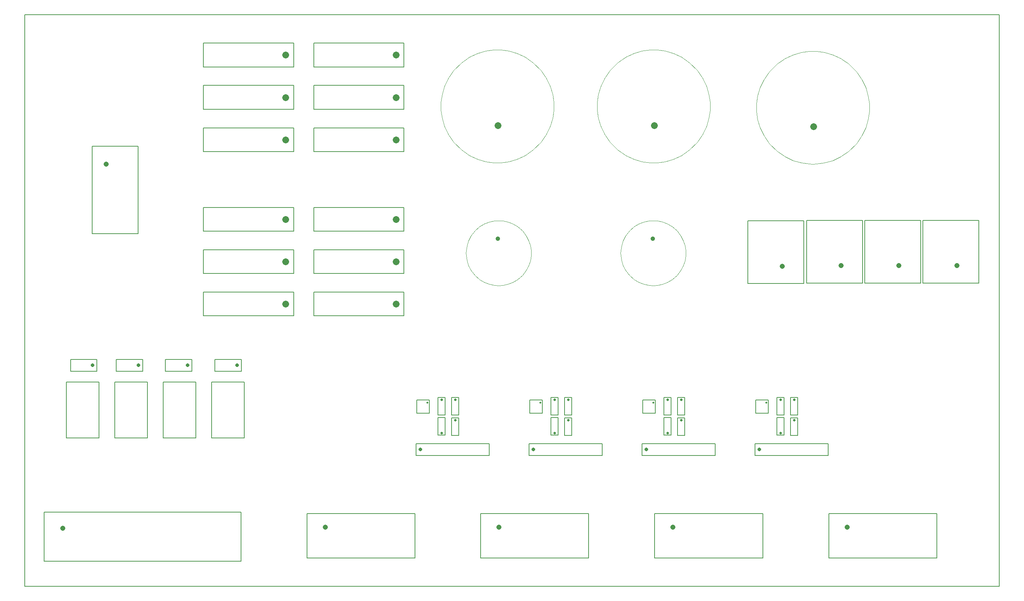
<source format=gbr>
G04 PROTEUS RS274X GERBER FILE*
%FSLAX45Y45*%
%MOMM*%
G01*
%ADD28C,0.203200*%
%ADD38C,1.219200*%
%ADD39C,0.406400*%
%ADD40C,0.609600*%
%ADD41C,0.812800*%
%ADD42C,1.625600*%
%ADD43C,0.050800*%
%ADD15C,1.016000*%
D28*
X+0Y+0D02*
X+23000000Y+0D01*
X+23000000Y+13500000D01*
X+0Y+13500000D01*
X+0Y+0D01*
X+982840Y+3506840D02*
X+1753160Y+3506840D01*
X+1753160Y+4827160D01*
X+982840Y+4827160D01*
X+982840Y+3506840D01*
X+2125840Y+3506840D02*
X+2896160Y+3506840D01*
X+2896160Y+4827160D01*
X+2125840Y+4827160D01*
X+2125840Y+3506840D01*
X+3268840Y+3506840D02*
X+4039160Y+3506840D01*
X+4039160Y+4827160D01*
X+3268840Y+4827160D01*
X+3268840Y+3506840D01*
X+4411840Y+3506840D02*
X+5182160Y+3506840D01*
X+5182160Y+4827160D01*
X+4411840Y+4827160D01*
X+4411840Y+3506840D01*
X+459840Y+589840D02*
X+5100160Y+589840D01*
X+5100160Y+1750160D01*
X+459840Y+1750160D01*
X+459840Y+589840D01*
D38*
X+900000Y+1370000D02*
X+900000Y+1370000D01*
D28*
X+6659840Y+669840D02*
X+9210160Y+669840D01*
X+9210160Y+1720160D01*
X+6659840Y+1720160D01*
X+6659840Y+669840D01*
D38*
X+7090000Y+1400000D02*
X+7090000Y+1400000D01*
D28*
X+10759840Y+669840D02*
X+13310160Y+669840D01*
X+13310160Y+1720160D01*
X+10759840Y+1720160D01*
X+10759840Y+669840D01*
D38*
X+11190000Y+1400000D02*
X+11190000Y+1400000D01*
D28*
X+14869840Y+669840D02*
X+17420160Y+669840D01*
X+17420160Y+1720160D01*
X+14869840Y+1720160D01*
X+14869840Y+669840D01*
D38*
X+15300000Y+1400000D02*
X+15300000Y+1400000D01*
D28*
X+18979840Y+669840D02*
X+21530160Y+669840D01*
X+21530160Y+1720160D01*
X+18979840Y+1720160D01*
X+18979840Y+669840D01*
D38*
X+19410000Y+1400000D02*
X+19410000Y+1400000D01*
D28*
X+1589840Y+8329840D02*
X+2670160Y+8329840D01*
X+2670160Y+10400160D01*
X+1589840Y+10400160D01*
X+1589840Y+8329840D01*
D38*
X+1920000Y+9970000D02*
X+1920000Y+9970000D01*
D28*
X+9251080Y+4091080D02*
X+9550800Y+4091080D01*
X+9550800Y+4400960D01*
X+9251080Y+4400960D01*
X+9251080Y+4091080D01*
D39*
X+9500000Y+4340000D02*
X+9500000Y+4340000D01*
D28*
X+10076180Y+4044240D02*
X+10243820Y+4044240D01*
X+10243820Y+4460800D01*
X+10076180Y+4460800D01*
X+10076180Y+4044240D01*
D40*
X+10160000Y+4410000D02*
X+10160000Y+4410000D01*
D28*
X+9756180Y+3569200D02*
X+9923820Y+3569200D01*
X+9923820Y+3985760D01*
X+9756180Y+3985760D01*
X+9756180Y+3569200D01*
D40*
X+9840000Y+3620000D02*
X+9840000Y+3620000D01*
D28*
X+10076180Y+3564240D02*
X+10243820Y+3564240D01*
X+10243820Y+3980800D01*
X+10076180Y+3980800D01*
X+10076180Y+3564240D01*
D40*
X+10160000Y+3930000D02*
X+10160000Y+3930000D01*
D28*
X+9756180Y+4044240D02*
X+9923820Y+4044240D01*
X+9923820Y+4460800D01*
X+9756180Y+4460800D01*
X+9756180Y+4044240D01*
D40*
X+9840000Y+4410000D02*
X+9840000Y+4410000D01*
D28*
X+9238400Y+3092840D02*
X+10965600Y+3092840D01*
X+10965600Y+3367160D01*
X+9238400Y+3367160D01*
X+9238400Y+3092840D01*
D41*
X+9340000Y+3230000D02*
X+9340000Y+3230000D01*
D28*
X+11918080Y+4091080D02*
X+12217800Y+4091080D01*
X+12217800Y+4400960D01*
X+11918080Y+4400960D01*
X+11918080Y+4091080D01*
D39*
X+12167000Y+4340000D02*
X+12167000Y+4340000D01*
D28*
X+12743180Y+4044240D02*
X+12910820Y+4044240D01*
X+12910820Y+4460800D01*
X+12743180Y+4460800D01*
X+12743180Y+4044240D01*
D40*
X+12827000Y+4410000D02*
X+12827000Y+4410000D01*
D28*
X+12423180Y+3569200D02*
X+12590820Y+3569200D01*
X+12590820Y+3985760D01*
X+12423180Y+3985760D01*
X+12423180Y+3569200D01*
D40*
X+12507000Y+3620000D02*
X+12507000Y+3620000D01*
D28*
X+12743180Y+3564240D02*
X+12910820Y+3564240D01*
X+12910820Y+3980800D01*
X+12743180Y+3980800D01*
X+12743180Y+3564240D01*
D40*
X+12827000Y+3930000D02*
X+12827000Y+3930000D01*
D28*
X+12423180Y+4044240D02*
X+12590820Y+4044240D01*
X+12590820Y+4460800D01*
X+12423180Y+4460800D01*
X+12423180Y+4044240D01*
D40*
X+12507000Y+4410000D02*
X+12507000Y+4410000D01*
D28*
X+11905400Y+3092840D02*
X+13632600Y+3092840D01*
X+13632600Y+3367160D01*
X+11905400Y+3367160D01*
X+11905400Y+3092840D01*
D41*
X+12007000Y+3230000D02*
X+12007000Y+3230000D01*
D28*
X+14585080Y+4091080D02*
X+14884800Y+4091080D01*
X+14884800Y+4400960D01*
X+14585080Y+4400960D01*
X+14585080Y+4091080D01*
D39*
X+14834000Y+4340000D02*
X+14834000Y+4340000D01*
D28*
X+15410180Y+4044240D02*
X+15577820Y+4044240D01*
X+15577820Y+4460800D01*
X+15410180Y+4460800D01*
X+15410180Y+4044240D01*
D40*
X+15494000Y+4410000D02*
X+15494000Y+4410000D01*
D28*
X+15090180Y+3569200D02*
X+15257820Y+3569200D01*
X+15257820Y+3985760D01*
X+15090180Y+3985760D01*
X+15090180Y+3569200D01*
D40*
X+15174000Y+3620000D02*
X+15174000Y+3620000D01*
D28*
X+15410180Y+3564240D02*
X+15577820Y+3564240D01*
X+15577820Y+3980800D01*
X+15410180Y+3980800D01*
X+15410180Y+3564240D01*
D40*
X+15494000Y+3930000D02*
X+15494000Y+3930000D01*
D28*
X+15090180Y+4044240D02*
X+15257820Y+4044240D01*
X+15257820Y+4460800D01*
X+15090180Y+4460800D01*
X+15090180Y+4044240D01*
D40*
X+15174000Y+4410000D02*
X+15174000Y+4410000D01*
D28*
X+14572400Y+3092840D02*
X+16299600Y+3092840D01*
X+16299600Y+3367160D01*
X+14572400Y+3367160D01*
X+14572400Y+3092840D01*
D41*
X+14674000Y+3230000D02*
X+14674000Y+3230000D01*
D28*
X+17252080Y+4091080D02*
X+17551800Y+4091080D01*
X+17551800Y+4400960D01*
X+17252080Y+4400960D01*
X+17252080Y+4091080D01*
D39*
X+17501000Y+4340000D02*
X+17501000Y+4340000D01*
D28*
X+18077180Y+4044240D02*
X+18244820Y+4044240D01*
X+18244820Y+4460800D01*
X+18077180Y+4460800D01*
X+18077180Y+4044240D01*
D40*
X+18161000Y+4410000D02*
X+18161000Y+4410000D01*
D28*
X+17757180Y+3569200D02*
X+17924820Y+3569200D01*
X+17924820Y+3985760D01*
X+17757180Y+3985760D01*
X+17757180Y+3569200D01*
D40*
X+17841000Y+3620000D02*
X+17841000Y+3620000D01*
D28*
X+18077180Y+3564240D02*
X+18244820Y+3564240D01*
X+18244820Y+3980800D01*
X+18077180Y+3980800D01*
X+18077180Y+3564240D01*
D40*
X+18161000Y+3930000D02*
X+18161000Y+3930000D01*
D28*
X+17757180Y+4044240D02*
X+17924820Y+4044240D01*
X+17924820Y+4460800D01*
X+17757180Y+4460800D01*
X+17757180Y+4044240D01*
D40*
X+17841000Y+4410000D02*
X+17841000Y+4410000D01*
D28*
X+17239400Y+3092840D02*
X+18966600Y+3092840D01*
X+18966600Y+3367160D01*
X+17239400Y+3367160D01*
X+17239400Y+3092840D01*
D41*
X+17341000Y+3230000D02*
X+17341000Y+3230000D01*
D28*
X+6819520Y+6391000D02*
X+8950520Y+6391000D01*
X+8950520Y+6951320D01*
X+6819520Y+6951320D01*
X+6819520Y+6391000D01*
D42*
X+8760020Y+6671160D02*
X+8760020Y+6671160D01*
D28*
X+4213480Y+6391000D02*
X+6344480Y+6391000D01*
X+6344480Y+6951320D01*
X+4213480Y+6951320D01*
X+4213480Y+6391000D01*
D42*
X+6153980Y+6671160D02*
X+6153980Y+6671160D01*
D28*
X+6819520Y+7391000D02*
X+8950520Y+7391000D01*
X+8950520Y+7951320D01*
X+6819520Y+7951320D01*
X+6819520Y+7391000D01*
D42*
X+8760020Y+7671160D02*
X+8760020Y+7671160D01*
D28*
X+4213480Y+7391000D02*
X+6344480Y+7391000D01*
X+6344480Y+7951320D01*
X+4213480Y+7951320D01*
X+4213480Y+7391000D01*
D42*
X+6153980Y+7671160D02*
X+6153980Y+7671160D01*
D28*
X+6819520Y+8391000D02*
X+8950520Y+8391000D01*
X+8950520Y+8951320D01*
X+6819520Y+8951320D01*
X+6819520Y+8391000D01*
D42*
X+8760020Y+8671160D02*
X+8760020Y+8671160D01*
D28*
X+4213480Y+8391000D02*
X+6344480Y+8391000D01*
X+6344480Y+8951320D01*
X+4213480Y+8951320D01*
X+4213480Y+8391000D01*
D42*
X+6153980Y+8671160D02*
X+6153980Y+8671160D01*
D28*
X+6819520Y+10271000D02*
X+8950520Y+10271000D01*
X+8950520Y+10831320D01*
X+6819520Y+10831320D01*
X+6819520Y+10271000D01*
D42*
X+8760020Y+10551160D02*
X+8760020Y+10551160D01*
D28*
X+4213480Y+10271000D02*
X+6344480Y+10271000D01*
X+6344480Y+10831320D01*
X+4213480Y+10831320D01*
X+4213480Y+10271000D01*
D42*
X+6153980Y+10551160D02*
X+6153980Y+10551160D01*
D28*
X+6819520Y+11271000D02*
X+8950520Y+11271000D01*
X+8950520Y+11831320D01*
X+6819520Y+11831320D01*
X+6819520Y+11271000D01*
D42*
X+8760020Y+11551160D02*
X+8760020Y+11551160D01*
D28*
X+4213480Y+11271000D02*
X+6344480Y+11271000D01*
X+6344480Y+11831320D01*
X+4213480Y+11831320D01*
X+4213480Y+11271000D01*
D42*
X+6153980Y+11551160D02*
X+6153980Y+11551160D01*
D28*
X+6819520Y+12271000D02*
X+8950520Y+12271000D01*
X+8950520Y+12831320D01*
X+6819520Y+12831320D01*
X+6819520Y+12271000D01*
D42*
X+8760020Y+12551160D02*
X+8760020Y+12551160D01*
D28*
X+4213480Y+12271000D02*
X+6344480Y+12271000D01*
X+6344480Y+12831320D01*
X+4213480Y+12831320D01*
X+4213480Y+12271000D01*
D42*
X+6153980Y+12551160D02*
X+6153980Y+12551160D01*
D28*
X+1078400Y+5082840D02*
X+1703240Y+5082840D01*
X+1703240Y+5357160D01*
X+1078400Y+5357160D01*
X+1078400Y+5082840D01*
D41*
X+1601640Y+5220000D02*
X+1601640Y+5220000D01*
D28*
X+2158400Y+5082840D02*
X+2783240Y+5082840D01*
X+2783240Y+5357160D01*
X+2158400Y+5357160D01*
X+2158400Y+5082840D01*
D41*
X+2681640Y+5220000D02*
X+2681640Y+5220000D01*
D28*
X+3318400Y+5082840D02*
X+3943240Y+5082840D01*
X+3943240Y+5357160D01*
X+3318400Y+5357160D01*
X+3318400Y+5082840D01*
D41*
X+3841640Y+5220000D02*
X+3841640Y+5220000D01*
D28*
X+4488400Y+5082840D02*
X+5113240Y+5082840D01*
X+5113240Y+5357160D01*
X+4488400Y+5357160D01*
X+4488400Y+5082840D01*
D41*
X+5011640Y+5220000D02*
X+5011640Y+5220000D01*
D28*
X+18455380Y+7165080D02*
X+19775700Y+7165080D01*
X+19775700Y+8645400D01*
X+18455380Y+8645400D01*
X+18455380Y+7165080D01*
D38*
X+19265920Y+7575240D02*
X+19265920Y+7575240D01*
D28*
X+19825380Y+7165080D02*
X+21145700Y+7165080D01*
X+21145700Y+8645400D01*
X+19825380Y+8645400D01*
X+19825380Y+7165080D01*
D38*
X+20635920Y+7575240D02*
X+20635920Y+7575240D01*
D28*
X+21195380Y+7165080D02*
X+22515700Y+7165080D01*
X+22515700Y+8645400D01*
X+21195380Y+8645400D01*
X+21195380Y+7165080D01*
D38*
X+22005920Y+7575240D02*
X+22005920Y+7575240D01*
D43*
X+12488095Y+11339080D02*
X+12484735Y+11433714D01*
X+12457546Y+11622983D01*
X+12401392Y+11812252D01*
X+12312068Y+12001521D01*
X+12180959Y+12190790D01*
X+11999882Y+12370915D01*
X+11810613Y+12500635D01*
X+11621344Y+12588917D01*
X+11432075Y+12644196D01*
X+11242806Y+12670590D01*
X+11153600Y+12673575D01*
X+9819105Y+11339080D02*
X+9822465Y+11433714D01*
X+9849654Y+11622983D01*
X+9905808Y+11812252D01*
X+9995132Y+12001521D01*
X+10126241Y+12190790D01*
X+10307318Y+12370915D01*
X+10496587Y+12500635D01*
X+10685856Y+12588917D01*
X+10875125Y+12644196D01*
X+11064394Y+12670590D01*
X+11153600Y+12673575D01*
X+9819105Y+11339080D02*
X+9822465Y+11244446D01*
X+9849654Y+11055177D01*
X+9905808Y+10865908D01*
X+9995132Y+10676639D01*
X+10126241Y+10487370D01*
X+10307318Y+10307245D01*
X+10496587Y+10177525D01*
X+10685856Y+10089243D01*
X+10875125Y+10033964D01*
X+11064394Y+10007570D01*
X+11153600Y+10004585D01*
X+12488095Y+11339080D02*
X+12484735Y+11244446D01*
X+12457546Y+11055177D01*
X+12401392Y+10865908D01*
X+12312068Y+10676639D01*
X+12180959Y+10487370D01*
X+11999882Y+10307245D01*
X+11810613Y+10177525D01*
X+11621344Y+10089243D01*
X+11432075Y+10033964D01*
X+11242806Y+10007570D01*
X+11153600Y+10004585D01*
D42*
X+11170000Y+10890000D02*
X+11170000Y+10890000D01*
D43*
X+11952368Y+7870420D02*
X+11950163Y+7928604D01*
X+11932286Y+8044973D01*
X+11895186Y+8161342D01*
X+11835589Y+8277711D01*
X+11746392Y+8394080D01*
X+11630723Y+8495726D01*
X+11514354Y+8564323D01*
X+11397985Y+8608600D01*
X+11281616Y+8632808D01*
X+11183720Y+8639068D01*
X+10415072Y+7870420D02*
X+10417277Y+7928604D01*
X+10435154Y+8044973D01*
X+10472254Y+8161342D01*
X+10531851Y+8277711D01*
X+10621048Y+8394080D01*
X+10736717Y+8495726D01*
X+10853086Y+8564323D01*
X+10969455Y+8608600D01*
X+11085824Y+8632808D01*
X+11183720Y+8639068D01*
X+10415072Y+7870420D02*
X+10417277Y+7812236D01*
X+10435154Y+7695867D01*
X+10472254Y+7579498D01*
X+10531851Y+7463129D01*
X+10621048Y+7346760D01*
X+10736717Y+7245114D01*
X+10853086Y+7176517D01*
X+10969455Y+7132240D01*
X+11085824Y+7108032D01*
X+11183720Y+7101772D01*
X+11952368Y+7870420D02*
X+11950163Y+7812236D01*
X+11932286Y+7695867D01*
X+11895186Y+7579498D01*
X+11835589Y+7463129D01*
X+11746392Y+7346760D01*
X+11630723Y+7245114D01*
X+11514354Y+7176517D01*
X+11397985Y+7132240D01*
X+11281616Y+7108032D01*
X+11183720Y+7101772D01*
D15*
X+11170000Y+8210000D02*
X+11170000Y+8210000D01*
D43*
X+16178095Y+11339080D02*
X+16174735Y+11433714D01*
X+16147546Y+11622983D01*
X+16091392Y+11812252D01*
X+16002068Y+12001521D01*
X+15870959Y+12190790D01*
X+15689882Y+12370915D01*
X+15500613Y+12500635D01*
X+15311344Y+12588917D01*
X+15122075Y+12644196D01*
X+14932806Y+12670590D01*
X+14843600Y+12673575D01*
X+13509105Y+11339080D02*
X+13512465Y+11433714D01*
X+13539654Y+11622983D01*
X+13595808Y+11812252D01*
X+13685132Y+12001521D01*
X+13816241Y+12190790D01*
X+13997318Y+12370915D01*
X+14186587Y+12500635D01*
X+14375856Y+12588917D01*
X+14565125Y+12644196D01*
X+14754394Y+12670590D01*
X+14843600Y+12673575D01*
X+13509105Y+11339080D02*
X+13512465Y+11244446D01*
X+13539654Y+11055177D01*
X+13595808Y+10865908D01*
X+13685132Y+10676639D01*
X+13816241Y+10487370D01*
X+13997318Y+10307245D01*
X+14186587Y+10177525D01*
X+14375856Y+10089243D01*
X+14565125Y+10033964D01*
X+14754394Y+10007570D01*
X+14843600Y+10004585D01*
X+16178095Y+11339080D02*
X+16174735Y+11244446D01*
X+16147546Y+11055177D01*
X+16091392Y+10865908D01*
X+16002068Y+10676639D01*
X+15870959Y+10487370D01*
X+15689882Y+10307245D01*
X+15500613Y+10177525D01*
X+15311344Y+10089243D01*
X+15122075Y+10033964D01*
X+14932806Y+10007570D01*
X+14843600Y+10004585D01*
D42*
X+14860000Y+10890000D02*
X+14860000Y+10890000D01*
D43*
X+19938095Y+11309080D02*
X+19934735Y+11403714D01*
X+19907546Y+11592983D01*
X+19851392Y+11782252D01*
X+19762068Y+11971521D01*
X+19630959Y+12160790D01*
X+19449882Y+12340915D01*
X+19260613Y+12470635D01*
X+19071344Y+12558917D01*
X+18882075Y+12614196D01*
X+18692806Y+12640590D01*
X+18603600Y+12643575D01*
X+17269105Y+11309080D02*
X+17272465Y+11403714D01*
X+17299654Y+11592983D01*
X+17355808Y+11782252D01*
X+17445132Y+11971521D01*
X+17576241Y+12160790D01*
X+17757318Y+12340915D01*
X+17946587Y+12470635D01*
X+18135856Y+12558917D01*
X+18325125Y+12614196D01*
X+18514394Y+12640590D01*
X+18603600Y+12643575D01*
X+17269105Y+11309080D02*
X+17272465Y+11214446D01*
X+17299654Y+11025177D01*
X+17355808Y+10835908D01*
X+17445132Y+10646639D01*
X+17576241Y+10457370D01*
X+17757318Y+10277245D01*
X+17946587Y+10147525D01*
X+18135856Y+10059243D01*
X+18325125Y+10003964D01*
X+18514394Y+9977570D01*
X+18603600Y+9974585D01*
X+19938095Y+11309080D02*
X+19934735Y+11214446D01*
X+19907546Y+11025177D01*
X+19851392Y+10835908D01*
X+19762068Y+10646639D01*
X+19630959Y+10457370D01*
X+19449882Y+10277245D01*
X+19260613Y+10147525D01*
X+19071344Y+10059243D01*
X+18882075Y+10003964D01*
X+18692806Y+9977570D01*
X+18603600Y+9974585D01*
D42*
X+18620000Y+10860000D02*
X+18620000Y+10860000D01*
D43*
X+15602368Y+7870420D02*
X+15600163Y+7928604D01*
X+15582286Y+8044973D01*
X+15545186Y+8161342D01*
X+15485589Y+8277711D01*
X+15396392Y+8394080D01*
X+15280723Y+8495726D01*
X+15164354Y+8564323D01*
X+15047985Y+8608600D01*
X+14931616Y+8632808D01*
X+14833720Y+8639068D01*
X+14065072Y+7870420D02*
X+14067277Y+7928604D01*
X+14085154Y+8044973D01*
X+14122254Y+8161342D01*
X+14181851Y+8277711D01*
X+14271048Y+8394080D01*
X+14386717Y+8495726D01*
X+14503086Y+8564323D01*
X+14619455Y+8608600D01*
X+14735824Y+8632808D01*
X+14833720Y+8639068D01*
X+14065072Y+7870420D02*
X+14067277Y+7812236D01*
X+14085154Y+7695867D01*
X+14122254Y+7579498D01*
X+14181851Y+7463129D01*
X+14271048Y+7346760D01*
X+14386717Y+7245114D01*
X+14503086Y+7176517D01*
X+14619455Y+7132240D01*
X+14735824Y+7108032D01*
X+14833720Y+7101772D01*
X+15602368Y+7870420D02*
X+15600163Y+7812236D01*
X+15582286Y+7695867D01*
X+15545186Y+7579498D01*
X+15485589Y+7463129D01*
X+15396392Y+7346760D01*
X+15280723Y+7245114D01*
X+15164354Y+7176517D01*
X+15047985Y+7132240D01*
X+14931616Y+7108032D01*
X+14833720Y+7101772D01*
D15*
X+14820000Y+8210000D02*
X+14820000Y+8210000D01*
D28*
X+17068540Y+7152380D02*
X+18388860Y+7152380D01*
X+18388860Y+8632700D01*
X+17068540Y+8632700D01*
X+17068540Y+7152380D01*
D38*
X+17879080Y+7562540D02*
X+17879080Y+7562540D01*
M02*

</source>
